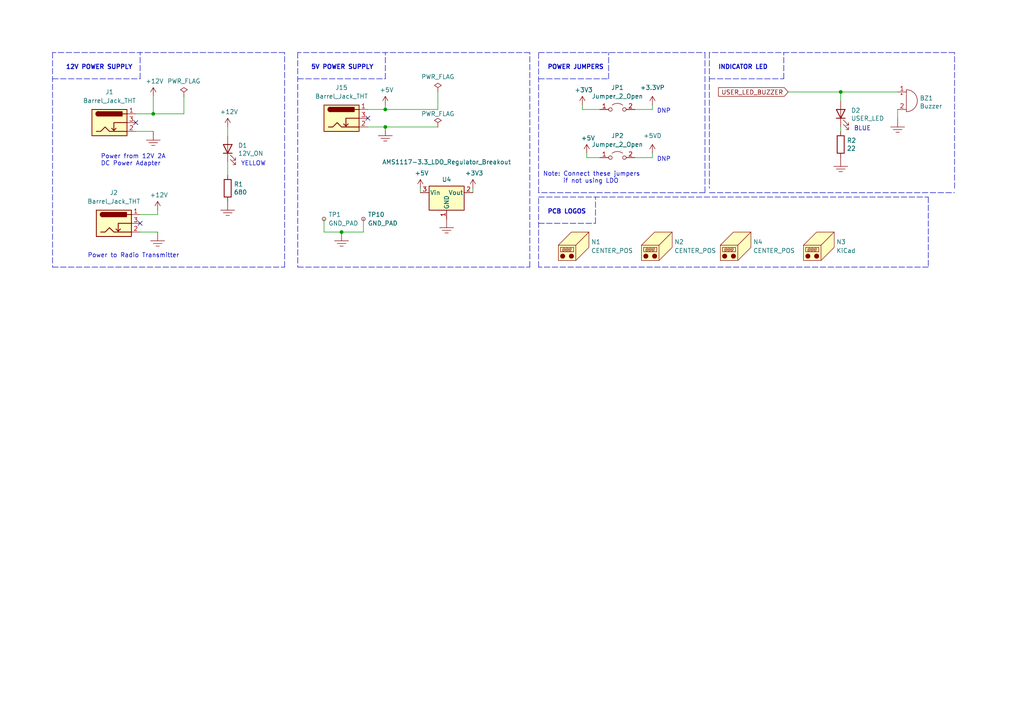
<source format=kicad_sch>
(kicad_sch (version 20211123) (generator eeschema)
  (paper "A4")
  (title_block (title "Interface PCB") (date "2023-02-21") (rev "1.1") (company "Team 48 - Planter") (comment 4 "By: Abhinav Agrahari"))
  (lib_symbols
    (symbol "AA_Custom_Components:AMS1117-3.3_LDO_Regulator_Breakout" (pin_names (offset 0.254))
      (property "Reference" "U" (at -3.81 3.175 0))
      (property "Value" "AMS1117-3.3_LDO_Regulator_Breakout" (at 0 3.175 0))
      (symbol "AMS1117-3.3_LDO_Regulator_Breakout_0_1"
        (rectangle (start -5.08 -5.08) (end 5.08 1.905) (stroke (width 0.254)) (fill (type background)))
      )
      (symbol "AMS1117-3.3_LDO_Regulator_Breakout_1_1"
        (pin power_in line (at 0 -7.62 90) (length 2.54) (name "GND") (number "1"))
        (pin power_out line (at 7.62 0 180) (length 2.54) (name "Vout") (number "2"))
        (pin power_in line (at -7.62 0 0) (length 2.54) (name "Vin") (number "3"))
      )
    )
    (symbol "AA_Custom_Components:Barrel_Jack_THT" (pin_names hide)
      (property "Reference" "J" (at 0 5.334 0))
      (property "Value" "Barrel_Jack_THT" (at 0 -5.08 0))
      (symbol "Barrel_Jack_THT_0_1"
        (rectangle (start -5.08 3.81) (end 5.08 -3.81) (stroke (width 0.254)) (fill (type background)))
        (arc (start -3.302 3.175) (mid -3.937 2.54) (end -3.302 1.905) (stroke (width 0.254)))
        (arc (start -3.302 3.175) (mid -3.937 2.54) (end -3.302 1.905) (stroke (width 0.254)) (fill (type outline)))
        (polyline (pts (xy 1.27 -2.286) (xy 1.905 -1.651)) (stroke (width 0.254)))
        (polyline (pts (xy 5.08 2.54) (xy 3.81 2.54)) (stroke (width 0.254)))
        (polyline (pts (xy 5.08 0) (xy 1.27 0) (xy 1.27 -2.286) (xy 0.635 -1.651)) (stroke (width 0.254)))
        (polyline (pts (xy -3.81 -2.54) (xy -2.54 -2.54) (xy -1.27 -1.27) (xy 0 -2.54) (xy 2.54 -2.54) (xy 5.08 -2.54)) (stroke (width 0.254)))
        (rectangle (start 3.683 3.175) (end -3.302 1.905) (stroke (width 0.254)) (fill (type outline)))
      )
      (symbol "Barrel_Jack_THT_1_1"
        (pin passive line (at 7.62 2.54 180) (length 2.54) (name "~") (number "1"))
        (pin passive line (at 7.62 -2.54 180) (length 2.54) (name "~") (number "2"))
        (pin passive line (at 7.62 0 180) (length 2.54) (name "~") (number "3"))
      )
    )
    (symbol "AA_Custom_Components:GND" (power) (pin_numbers hide) (pin_names (offset 1.016) hide)
      (property "Value" "GND" (at -2.286 -6.35 0))
      (symbol "GND_1_0"
        (polyline (pts (xy -2.032 -2.54) (xy 2.032 -2.54)))
        (polyline (pts (xy -1.27 -3.302) (xy 1.27 -3.302)))
        (polyline (pts (xy -0.508 -4.064) (xy 0.508 -4.064)))
        (polyline (pts (xy 0 0) (xy 0 -2.54)))
      )
      (symbol "GND_1_1"
        (pin power_in line (at 0 0 270) (length 0) hide (name "GND") (number "~"))
      )
    )
    (symbol "Connector:TestPoint_Small" (pin_numbers hide) (pin_names (offset 0.762) hide)
      (property "Reference" "TP" (at 0 3.81 0))
      (property "Value" "TestPoint_Small" (at 0 2.032 0))
      (symbol "TestPoint_Small_0_1"
        (circle (center 0 0) (radius 0.508))
      )
      (symbol "TestPoint_Small_1_1"
        (pin passive line (at 0 0 90) (length 0) (name "1") (number "1"))
      )
    )
    (symbol "Device:Buzzer" (pin_names (offset 0.0254) hide)
      (property "Reference" "BZ" (at 3.81 1.27 0))
      (property "Value" "Buzzer" (at 3.81 -1.27 0))
      (symbol "Buzzer_0_1"
        (arc (start 0 -3.175) (mid 3.175 0) (end 0 3.175))
        (polyline (pts (xy -1.651 1.905) (xy -1.143 1.905)))
        (polyline (pts (xy -1.397 2.159) (xy -1.397 1.651)))
        (polyline (pts (xy 0 3.175) (xy 0 -3.175)))
      )
      (symbol "Buzzer_1_1"
        (pin passive line (at -2.54 2.54 0) (length 2.54) (name "-") (number "1"))
        (pin passive line (at -2.54 -2.54 0) (length 2.54) (name "+") (number "2"))
      )
    )
    (symbol "Device:LED" (pin_numbers hide) (pin_names (offset 1.016) hide)
      (property "Reference" "D" (at 0 2.54 0))
      (property "Value" "LED" (at 0 -2.54 0))
      (symbol "LED_0_1"
        (polyline (pts (xy -1.27 -1.27) (xy -1.27 1.27)) (stroke (width 0.254)))
        (polyline (pts (xy -1.27 0) (xy 1.27 0)))
        (polyline (pts (xy 1.27 -1.27) (xy 1.27 1.27) (xy -1.27 0) (xy 1.27 -1.27)) (stroke (width 0.254)))
        (polyline (pts (xy -3.048 -0.762) (xy -4.572 -2.286) (xy -3.81 -2.286) (xy -4.572 -2.286) (xy -4.572 -1.524)))
        (polyline (pts (xy -1.778 -0.762) (xy -3.302 -2.286) (xy -2.54 -2.286) (xy -3.302 -2.286) (xy -3.302 -1.524)))
      )
      (symbol "LED_1_1"
        (pin passive line (at -3.81 0 0) (length 2.54) (name "K") (number "1"))
        (pin passive line (at 3.81 0 180) (length 2.54) (name "A") (number "2"))
      )
    )
    (symbol "Device:R" (pin_numbers hide) (pin_names (offset 0))
      (property "Reference" "R" (at 2.032 0 90))
      (property "Value" "R" (at 0 0 90))
      (symbol "R_0_1"
        (rectangle (start -1.016 -2.54) (end 1.016 2.54) (stroke (width 0.254)))
      )
      (symbol "R_1_1"
        (pin passive line (at 0 3.81 270) (length 1.27) (name "~") (number "1"))
        (pin passive line (at 0 -3.81 90) (length 1.27) (name "~") (number "2"))
      )
    )
    (symbol "Jumper:Jumper_2_Open" (pin_names (offset 0) hide)
      (property "Reference" "JP" (at 0 2.794 0))
      (property "Value" "Jumper_2_Open" (at 0 -2.286 0))
      (symbol "Jumper_2_Open_0_0"
        (circle (center -2.032 0) (radius 0.508))
        (circle (center 2.032 0) (radius 0.508))
      )
      (symbol "Jumper_2_Open_0_1"
        (arc (start 1.524 1.27) (mid 0 1.778) (end -1.524 1.27))
      )
      (symbol "Jumper_2_Open_1_1"
        (pin passive line (at -5.08 0 0) (length 2.54) (name "A") (number "1"))
        (pin passive line (at 5.08 0 180) (length 2.54) (name "B") (number "2"))
      )
    )
    (symbol "Mechanical:Housing" (pin_names (offset 1.016))
      (property "Reference" "N" (at 3.81 0 0))
      (property "Value" "Housing" (at 3.81 -1.905 0))
      (symbol "Housing_0_1"
        (rectangle (start -5.08 -0.635) (end -1.27 -1.905))
        (circle (center -4.445 -3.175) (radius 0.635) (fill (type outline)))
        (circle (center -1.905 -3.175) (radius 0.635) (fill (type outline)))
        (polyline (pts (xy -4.5212 -1.5748) (xy -4.4704 -1.3716)))
        (polyline (pts (xy -4.4196 -1.6764) (xy -4.064 -1.6764)))
        (polyline (pts (xy -4.4196 -1.2192) (xy -4.3688 -0.9652)))
        (polyline (pts (xy -4.318 -1.3208) (xy -4.0132 -1.3208)))
        (polyline (pts (xy -4.2164 -0.9144) (xy -3.9116 -0.9144)))
        (polyline (pts (xy -3.9116 -1.6256) (xy -3.8608 -1.3716)))
        (polyline (pts (xy -3.81 -1.2192) (xy -3.7592 -0.9652)))
        (polyline (pts (xy -3.6068 -1.5748) (xy -3.556 -1.3716)))
        (polyline (pts (xy -3.5052 -1.6764) (xy -3.1496 -1.6764)))
        (polyline (pts (xy -3.5052 -1.2192) (xy -3.4544 -0.9652)))
        (polyline (pts (xy -3.4036 -1.3208) (xy -3.0988 -1.3208)))
        (polyline (pts (xy -3.302 -0.9144) (xy -2.9972 -0.9144)))
        (polyline (pts (xy -2.9972 -1.6256) (xy -2.9464 -1.3716)))
        (polyline (pts (xy -2.8956 -1.2192) (xy -2.8448 -0.9652)))
        (polyline (pts (xy -2.6924 -1.5748) (xy -2.6416 -1.3716)))
        (polyline (pts (xy -2.5908 -1.6764) (xy -2.2352 -1.6764)))
        (polyline (pts (xy -2.5908 -1.2192) (xy -2.54 -0.9652)))
        (polyline (pts (xy -2.4892 -1.3208) (xy -2.1844 -1.3208)))
        (polyline (pts (xy -2.3876 -0.9144) (xy -2.0828 -0.9144)))
        (polyline (pts (xy -2.0828 -1.6256) (xy -2.032 -1.3716)))
        (polyline (pts (xy -1.9812 -1.2192) (xy -1.9304 -0.9652)))
        (polyline (pts (xy -0.635 0) (xy -0.635 -4.445)))
        (polyline (pts (xy -5.715 0) (xy -0.635 0) (xy 3.175 3.81)))
        (polyline (pts (xy -5.715 0) (xy -5.715 -4.445) (xy -0.635 -4.445) (xy 3.175 -0.635) (xy 3.175 3.81) (xy -1.905 3.81) (xy -5.715 0)) (fill (type background)))
      )
    )
    (symbol "power:+12V" (power) (pin_names (offset 0))
      (property "Value" "+12V" (at 0 3.556 0))
      (symbol "+12V_0_1"
        (polyline (pts (xy -0.762 1.27) (xy 0 2.54)))
        (polyline (pts (xy 0 0) (xy 0 2.54)))
        (polyline (pts (xy 0 2.54) (xy 0.762 1.27)))
      )
      (symbol "+12V_1_1"
        (pin power_in line (at 0 0 90) (length 0) hide (name "+12V") (number "1"))
      )
    )
    (symbol "power:+3.3V" (power) (pin_names (offset 0))
      (property "Value" "+3.3V" (at 0 3.556 0))
      (symbol "+3.3V_0_1"
        (polyline (pts (xy -0.762 1.27) (xy 0 2.54)))
        (polyline (pts (xy 0 0) (xy 0 2.54)))
        (polyline (pts (xy 0 2.54) (xy 0.762 1.27)))
      )
      (symbol "+3.3V_1_1"
        (pin power_in line (at 0 0 90) (length 0) hide (name "+3V3") (number "1"))
      )
    )
    (symbol "power:+3.3VP" (power) (pin_names (offset 0))
      (property "Value" "+3.3VP" (at 0 2.54 0))
      (symbol "+3.3VP_0_0"
        (pin power_in line (at 0 0 90) (length 0) hide (name "+3.3VP") (number "1"))
      )
      (symbol "+3.3VP_0_1"
        (polyline (pts (xy -0.762 1.27) (xy 0 2.54)))
        (polyline (pts (xy 0 0) (xy 0 2.54)))
        (polyline (pts (xy 0 2.54) (xy 0.762 1.27)))
      )
    )
    (symbol "power:+5V" (power) (pin_names (offset 0))
      (property "Value" "+5V" (at 0 3.556 0))
      (symbol "+5V_0_1"
        (polyline (pts (xy -0.762 1.27) (xy 0 2.54)))
        (polyline (pts (xy 0 0) (xy 0 2.54)))
        (polyline (pts (xy 0 2.54) (xy 0.762 1.27)))
      )
      (symbol "+5V_1_1"
        (pin power_in line (at 0 0 90) (length 0) hide (name "+5V") (number "1"))
      )
    )
    (symbol "power:+5VD" (power) (pin_names (offset 0))
      (property "Value" "+5VD" (at 0 3.556 0))
      (symbol "+5VD_0_1"
        (polyline (pts (xy -0.762 1.27) (xy 0 2.54)))
        (polyline (pts (xy 0 0) (xy 0 2.54)))
        (polyline (pts (xy 0 2.54) (xy 0.762 1.27)))
      )
      (symbol "+5VD_1_1"
        (pin power_in line (at 0 0 90) (length 0) hide (name "+5VD") (number "1"))
      )
    )
    (symbol "power:PWR_FLAG" (power) (pin_numbers hide) (pin_names (offset 0) hide)
      (property "Value" "PWR_FLAG" (at 0 3.81 0))
      (symbol "PWR_FLAG_0_0"
        (pin power_out line (at 0 0 90) (length 0) (name "pwr") (number "1"))
      )
      (symbol "PWR_FLAG_0_1"
        (polyline (pts (xy 0 0) (xy 0 1.27) (xy -1.016 1.905) (xy 0 2.54) (xy 1.016 1.905) (xy 0 1.27)))
      )
    )
  )
  (junction (at 99.06 67.31))
  (junction (at 111.76 31.75))
  (junction (at 243.84 26.67))
  (junction (at 44.45 33.02))
  (junction (at 111.76 36.83))
  (no_connect (at 106.68 34.29))
  (no_connect (at 40.64 64.77))
  (no_connect (at 39.37 35.56))
  (polyline (pts (xy 15.24 22.86) (xy 40.64 22.86)))
  (wire (pts (xy 243.84 26.67) (xy 243.84 29.21)))
  (wire (pts (xy 66.04 46.99) (xy 66.04 50.8)))
  (polyline (pts (xy 86.36 22.86) (xy 111.76 22.86)))
  (polyline (pts (xy 205.74 15.24) (xy 205.74 54.61)))
  (wire (pts (xy 228.6 26.67) (xy 243.84 26.67)))
  (wire (pts (xy 243.84 26.67) (xy 260.35 26.67)))
  (wire (pts (xy 184.15 45.72) (xy 189.23 45.72)))
  (wire (pts (xy 53.34 27.94) (xy 53.34 33.02)))
  (wire (pts (xy 170.18 44.45) (xy 170.18 45.72)))
  (polyline (pts (xy 156.21 22.86) (xy 176.53 22.86)))
  (wire (pts (xy 127 26.67) (xy 127 31.75)))
  (polyline (pts (xy 153.67 77.47) (xy 153.67 15.24)))
  (wire (pts (xy 260.35 31.75) (xy 260.35 34.29)))
  (polyline (pts (xy 227.33 22.86) (xy 227.33 15.24)))
  (polyline (pts (xy 269.24 77.47) (xy 156.21 77.47)))
  (wire (pts (xy 93.98 67.31) (xy 99.06 67.31)))
  (wire (pts (xy 243.84 38.1) (xy 243.84 36.83)))
  (polyline (pts (xy 156.21 77.47) (xy 156.21 57.15)))
  (wire (pts (xy 44.45 33.02) (xy 53.34 33.02)))
  (wire (pts (xy 66.04 36.83) (xy 66.04 39.37)))
  (wire (pts (xy 105.41 67.31) (xy 99.06 67.31)))
  (wire (pts (xy 39.37 38.1) (xy 44.45 38.1)))
  (wire (pts (xy 170.18 45.72) (xy 173.99 45.72)))
  (wire (pts (xy 106.68 31.75) (xy 111.76 31.75)))
  (wire (pts (xy 127 31.75) (xy 111.76 31.75)))
  (polyline (pts (xy 86.36 15.24) (xy 86.36 77.47)))
  (polyline (pts (xy 176.53 22.86) (xy 176.53 15.24)))
  (polyline (pts (xy 205.74 55.88) (xy 276.86 55.88)))
  (polyline (pts (xy 86.36 77.47) (xy 153.67 77.47)))
  (wire (pts (xy 189.23 31.75) (xy 189.23 30.48)))
  (wire (pts (xy 45.72 62.23) (xy 40.64 62.23)))
  (polyline (pts (xy 269.24 57.15) (xy 269.24 77.47)))
  (polyline (pts (xy 276.86 54.61) (xy 276.86 15.24)))
  (polyline (pts (xy 40.64 22.86) (xy 40.64 15.24)))
  (wire (pts (xy 137.16 54.61) (xy 137.16 55.88)))
  (polyline (pts (xy 276.86 15.24) (xy 205.74 15.24)))
  (polyline (pts (xy 82.55 77.47) (xy 82.55 15.24)))
  (wire (pts (xy 44.45 27.94) (xy 44.45 33.02)))
  (wire (pts (xy 111.76 36.83) (xy 127 36.83)))
  (wire (pts (xy 184.15 31.75) (xy 189.23 31.75)))
  (polyline (pts (xy 204.47 55.88) (xy 156.21 55.88)))
  (polyline (pts (xy 111.76 22.86) (xy 111.76 15.24)))
  (wire (pts (xy 111.76 31.75) (xy 111.76 30.48)))
  (polyline (pts (xy 204.47 15.24) (xy 204.47 55.88)))
  (polyline (pts (xy 15.24 15.24) (xy 15.24 77.47)))
  (wire (pts (xy 168.91 31.75) (xy 173.99 31.75)))
  (polyline (pts (xy 172.72 64.77) (xy 172.72 57.15)))
  (polyline (pts (xy 156.21 15.24) (xy 204.47 15.24)))
  (polyline (pts (xy 205.74 22.86) (xy 227.33 22.86)))
  (wire (pts (xy 40.64 67.31) (xy 45.72 67.31)))
  (wire (pts (xy 121.92 54.61) (xy 121.92 55.88)))
  (wire (pts (xy 106.68 36.83) (xy 111.76 36.83)))
  (wire (pts (xy 44.45 33.02) (xy 39.37 33.02)))
  (wire (pts (xy 45.72 60.96) (xy 45.72 62.23)))
  (polyline (pts (xy 153.67 15.24) (xy 86.36 15.24)))
  (polyline (pts (xy 156.21 64.77) (xy 172.72 64.77)))
  (wire (pts (xy 105.41 63.5) (xy 105.41 67.31)))
  (wire (pts (xy 189.23 45.72) (xy 189.23 44.45)))
  (polyline (pts (xy 15.24 77.47) (xy 82.55 77.47)))
  (wire (pts (xy 93.98 63.5) (xy 93.98 67.31)))
  (wire (pts (xy 168.91 30.48) (xy 168.91 31.75)))
  (polyline (pts (xy 156.21 57.15) (xy 269.24 57.15)))
  (polyline (pts (xy 156.21 55.88) (xy 156.21 15.24)))
  (polyline (pts (xy 82.55 15.24) (xy 15.24 15.24)))
  (text "POWER JUMPERS" (at 158.75 20.32 0) (effects (font (size 1.27 1.27) (thickness 0.254) bold) (justify left bottom)))
  (text "Power from 12V 2A \nDC Power Adapter" (at 29.21 48.26 0) (effects (font (size 1.27 1.27)) (justify left bottom)))
  (text "YELLOW" (at 69.85 48.26 0) (effects (font (size 1.27 1.27)) (justify left bottom)))
  (text "DNP" (at 190.5 33.02 0) (effects (font (size 1.27 1.27)) (justify left bottom)))
  (text "INDICATOR LED" (at 208.28 20.32 0) (effects (font (size 1.27 1.27) (thickness 0.254) bold) (justify left bottom)))
  (text "12V POWER SUPPLY" (at 19.05 20.32 0) (effects (font (size 1.27 1.27) (thickness 0.254) bold) (justify left bottom)))
  (text "Note: Connect these jumpers\n      if not using LDO" (at 157.48 53.34 0) (effects (font (size 1.27 1.27)) (justify left bottom)))
  (text "DNP" (at 190.5 46.99 0) (effects (font (size 1.27 1.27)) (justify left bottom)))
  (text "BLUE" (at 247.65 38.1 0) (effects (font (size 1.27 1.27)) (justify left bottom)))
  (text "5V POWER SUPPLY" (at 90.17 20.32 0) (effects (font (size 1.27 1.27) (thickness 0.254) bold) (justify left bottom)))
  (text "PCB LOGOS" (at 158.75 62.23 0) (effects (font (size 1.27 1.27) (thickness 0.254) bold) (justify left bottom)))
  (text "Power to Radio Transmitter" (at 25.4 74.93 0) (effects (font (size 1.27 1.27)) (justify left bottom)))
  (global_label "USER_LED_BUZZER" (shape input) (at 228.6 26.67 180) (property "Intersheet References" "${INTERSHEET_REFS}" (effects hide)))
  (symbol (lib_id "AA_Custom_Components:GND") (at 45.72 67.31 0) (unit 1)
    (property "Reference" "#GND010" (effects hide))
    (property "Value" "GND" (effects hide))
    (property "Footprint" "XXX-00000" (effects hide))
  )
  (symbol (lib_id "power:+3.3V") (at 137.16 54.61 0) (unit 1)
    (property "Reference" "#PWR039" (effects hide))
    (property "Value" "+3.3V" (at 137.541 50.2158 0))
  )
  (symbol (lib_id "AA_Custom_Components:Barrel_Jack_THT") (at 99.06 34.29 0) (unit 1)
    (property "Reference" "J15" (at 99.06 25.4 0))
    (property "Value" "Barrel_Jack_THT" (at 99.06 27.94 0))
    (property "Footprint" "AA_Custom_Components:BarrelJack_Horizontal" (effects hide))
  )
  (symbol (lib_id "AA_Custom_Components:GND") (at 44.45 38.1 0) (unit 1)
    (property "Reference" "#GND02" (effects hide))
    (property "Value" "GND" (effects hide))
    (property "Footprint" "XXX-00000" (effects hide))
  )
  (symbol (lib_id "AA_Custom_Components:GND") (at 243.84 45.72 0) (unit 1)
    (property "Reference" "#GND035" (effects hide))
    (property "Value" "GND" (effects hide))
    (property "Footprint" "XXX-00000" (effects hide))
  )
  (symbol (lib_id "Jumper:Jumper_2_Open") (at 179.07 31.75 0) (unit 1)
    (property "Reference" "JP1" (at 179.07 25.4 0))
    (property "Value" "Jumper_2_Open" (at 179.07 27.94 0))
    (property "Footprint" "AA_Custom_Components:R_SS_Axial_DIN0207_L6.3mm_D2.5mm_P10.16mm_Horizontal" (effects hide))
  )
  (symbol (lib_id "power:+12V") (at 66.04 36.83 0) (unit 1)
    (property "Reference" "#PWR020" (effects hide))
    (property "Value" "+12V" (at 66.421 32.4358 0))
  )
  (symbol (lib_id "power:PWR_FLAG") (at 127 36.83 0) (unit 1)
    (property "Reference" "#FLG04" (effects hide))
    (property "Value" "PWR_FLAG" (at 127 33.02 0))
  )
  (symbol (lib_id "power:+5V") (at 170.18 44.45 0) (unit 1)
    (property "Reference" "#PWR016" (effects hide))
    (property "Value" "+5V" (at 170.561 40.0558 0))
  )
  (symbol (lib_id "power:PWR_FLAG") (at 127 26.67 0) (unit 1)
    (property "Reference" "#FLG02" (effects hide))
    (property "Value" "PWR_FLAG" (at 127 22.2758 0))
  )
  (symbol (lib_id "power:+5V") (at 121.92 54.61 0) (unit 1)
    (property "Reference" "#PWR037" (effects hide))
    (property "Value" "+5V" (at 122.301 50.2158 0))
  )
  (symbol (lib_id "AA_Custom_Components:AMS1117-3.3_LDO_Regulator_Breakout") (at 129.54 55.88 0) (unit 1)
    (property "Reference" "U4" (at 129.54 52.07 0))
    (property "Value" "AMS1117-3.3_LDO_Regulator_Breakout" (at 129.54 46.99 0))
    (property "Footprint" "AA_Custom_Components:AMS1117-3.3_LDO_Regulator_Breakout_Board" (effects hide))
    (property "Datasheet" "http://www.advanced-monolithic.com/pdf/ds1117.pdf" (effects hide))
  )
  (symbol (lib_id "Mechanical:Housing") (at 167.64 71.12 0) (unit 1)
    (property "Reference" "N1" (at 171.45 70.1674 0) (effects (justify left)))
    (property "Value" "CENTER_POS" (at 171.45 72.7074 0) (effects (justify left)))
    (property "Footprint" "AA_Custom_Components:Polarity_Center_Positive_7.5mm_SilkScreen" (effects hide))
  )
  (symbol (lib_id "power:+3.3V") (at 168.91 30.48 0) (unit 1)
    (property "Reference" "#PWR02" (effects hide))
    (property "Value" "+3.3V" (at 169.291 26.0858 0))
  )
  (symbol (lib_id "Device:R") (at 66.04 54.61 0) (unit 1)
    (property "Reference" "R1" (at 67.818 53.4416 0) (effects (justify left)))
    (property "Value" "680" (at 67.818 55.753 0) (effects (justify left)))
    (property "Footprint" "AA_Custom_Components:R_SS_Axial_DIN0207_L6.3mm_D2.5mm_P10.16mm_Horizontal" (effects hide))
  )
  (symbol (lib_id "power:+5V") (at 111.76 30.48 0) (unit 1)
    (property "Reference" "#PWR038" (effects hide))
    (property "Value" "+5V" (at 112.141 26.0858 0))
  )
  (symbol (lib_id "AA_Custom_Components:GND") (at 99.06 67.31 0) (unit 1)
    (property "Reference" "#GND016" (effects hide))
    (property "Value" "GND" (effects hide))
    (property "Footprint" "XXX-00000" (effects hide))
  )
  (symbol (lib_id "Connector:TestPoint_Small") (at 105.41 63.5 0) (unit 1)
    (property "Reference" "TP10" (at 106.68 62.2299 0) (effects (justify left)))
    (property "Value" "GND_PAD" (at 106.68 64.7699 0) (effects (justify left)))
    (property "Footprint" "AA_Custom_Components:TestPoint_Pad_5.0x5.0mm" (effects hide))
  )
  (symbol (lib_id "power:+3.3VP") (at 189.23 30.48 0) (unit 1)
    (property "Reference" "#PWR013" (effects hide))
    (property "Value" "+3.3VP" (at 189.23 25.4 0))
  )
  (symbol (lib_id "power:+12V") (at 44.45 27.94 0) (unit 1)
    (property "Reference" "#PWR014" (effects hide))
    (property "Value" "+12V" (at 44.831 23.5458 0))
  )
  (symbol (lib_id "power:+5VD") (at 189.23 44.45 0) (unit 1)
    (property "Reference" "#PWR021" (effects hide))
    (property "Value" "+5VD" (at 189.23 39.37 0))
  )
  (symbol (lib_id "AA_Custom_Components:GND") (at 66.04 58.42 0) (unit 1)
    (property "Reference" "#GND015" (effects hide))
    (property "Value" "GND" (effects hide))
    (property "Footprint" "XXX-00000" (effects hide))
  )
  (symbol (lib_id "power:PWR_FLAG") (at 53.34 27.94 0) (unit 1)
    (property "Reference" "#FLG01" (effects hide))
    (property "Value" "PWR_FLAG" (at 53.34 23.5458 0))
  )
  (symbol (lib_id "power:+12V") (at 45.72 60.96 0) (unit 1)
    (property "Reference" "#PWR015" (effects hide))
    (property "Value" "+12V" (at 46.101 56.5658 0))
  )
  (symbol (lib_id "AA_Custom_Components:GND") (at 260.35 34.29 0) (unit 1)
    (property "Reference" "#GND036" (effects hide))
    (property "Value" "GND" (effects hide))
    (property "Footprint" "XXX-00000" (effects hide))
  )
  (symbol (lib_id "Device:LED") (at 66.04 43.18 90) (unit 1)
    (property "Reference" "D1" (at 69.0372 42.1894 90) (effects (justify right)))
    (property "Value" "12V_ON" (at 69.0372 44.5008 90) (effects (justify right)))
    (property "Footprint" "AA_Custom_Components:LED_SS_1206_3216Metric_Pad1.42x1.75mm_HandSolder" (effects hide))
  )
  (symbol (lib_id "Mechanical:Housing") (at 191.77 71.12 0) (unit 1)
    (property "Reference" "N2" (at 195.58 70.1674 0) (effects (justify left)))
    (property "Value" "CENTER_POS" (at 195.58 72.7074 0) (effects (justify left)))
    (property "Footprint" "AA_Custom_Components:Polarity_Center_Positive_7.5mm_SilkScreen" (effects hide))
  )
  (symbol (lib_id "Device:LED") (at 243.84 33.02 90) (unit 1)
    (property "Reference" "D2" (at 246.8372 32.0294 90) (effects (justify right)))
    (property "Value" "USER_LED" (at 246.8372 34.3408 90) (effects (justify right)))
    (property "Footprint" "AA_Custom_Components:LED_SS_1206_3216Metric_Pad1.42x1.75mm_HandSolder" (effects hide))
  )
  (symbol (lib_id "AA_Custom_Components:GND") (at 129.54 63.5 0) (unit 1)
    (property "Reference" "#GND018" (effects hide))
    (property "Value" "GND" (effects hide))
    (property "Footprint" "XXX-00000" (effects hide))
  )
  (symbol (lib_id "Connector:TestPoint_Small") (at 93.98 63.5 0) (unit 1)
    (property "Reference" "TP1" (at 95.25 62.2299 0) (effects (justify left)))
    (property "Value" "GND_PAD" (at 95.25 64.7699 0) (effects (justify left)))
    (property "Footprint" "AA_Custom_Components:TestPoint_Pad_5.0x5.0mm" (effects hide))
  )
  (symbol (lib_id "Device:Buzzer") (at 262.89 29.21 0) (unit 1)
    (property "Reference" "BZ1" (at 266.7508 28.4734 0) (effects (justify left)))
    (property "Value" "Buzzer" (at 266.7508 30.7848 0) (effects (justify left)))
    (property "Footprint" "AA_Custom_Components:Buzzer_Generic_D12.2mm_H6.5mm" (effects hide))
  )
  (symbol (lib_id "Device:R") (at 243.84 41.91 0) (unit 1)
    (property "Reference" "R2" (at 245.618 40.7416 0) (effects (justify left)))
    (property "Value" "22" (at 245.618 43.053 0) (effects (justify left)))
    (property "Footprint" "AA_Custom_Components:R_SS_Axial_DIN0207_L6.3mm_D2.5mm_P10.16mm_Horizontal" (effects hide))
  )
  (symbol (lib_id "Mechanical:Housing") (at 214.63 71.12 0) (unit 1)
    (property "Reference" "N4" (at 218.44 70.1674 0) (effects (justify left)))
    (property "Value" "CENTER_POS" (at 218.44 72.7074 0) (effects (justify left)))
    (property "Footprint" "AA_Custom_Components:Polarity_Center_Positive_7.5mm_SilkScreen" (effects hide))
  )
  (symbol (lib_id "Jumper:Jumper_2_Open") (at 179.07 45.72 0) (unit 1)
    (property "Reference" "JP2" (at 179.07 39.37 0))
    (property "Value" "Jumper_2_Open" (at 179.07 41.91 0))
    (property "Footprint" "AA_Custom_Components:R_SS_Axial_DIN0207_L6.3mm_D2.5mm_P10.16mm_Horizontal" (effects hide))
  )
  (symbol (lib_id "AA_Custom_Components:Barrel_Jack_THT") (at 31.75 35.56 0) (unit 1)
    (property "Reference" "J1" (at 31.75 26.67 0))
    (property "Value" "Barrel_Jack_THT" (at 31.75 29.21 0))
    (property "Footprint" "AA_Custom_Components:BarrelJack_Horizontal" (effects hide))
  )
  (symbol (lib_id "Mechanical:Housing") (at 238.76 71.12 0) (unit 1)
    (property "Reference" "N3" (at 242.57 70.1674 0) (effects (justify left)))
    (property "Value" "KiCad" (at 242.57 72.7074 0) (effects (justify left)))
    (property "Footprint" "Symbol:KiCad-Logo2_8mm_SilkScreen" (effects hide))
  )
  (symbol (lib_id "AA_Custom_Components:Barrel_Jack_THT") (at 33.02 64.77 0) (unit 1)
    (property "Reference" "J2" (at 33.02 55.88 0))
    (property "Value" "Barrel_Jack_THT" (at 33.02 58.42 0))
    (property "Footprint" "AA_Custom_Components:BarrelJack_Horizontal" (effects hide))
  )
  (symbol (lib_id "AA_Custom_Components:GND") (at 111.76 36.83 0) (unit 1)
    (property "Reference" "#GND017" (effects hide))
    (property "Value" "GND" (effects hide))
    (property "Footprint" "XXX-00000" (effects hide))
  )
)
</source>
